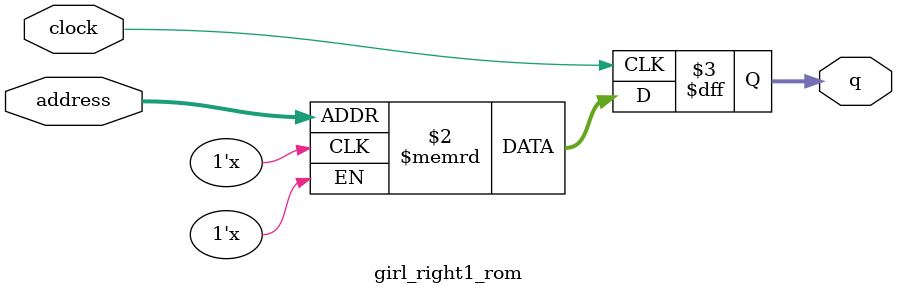
<source format=sv>
module girl_right1_rom (
	input logic clock,
	input logic [9:0] address,
	output logic [3:0] q
);

logic [3:0] memory [0:799] /* synthesis ram_init_file = "./girl_right1/girl_right1.COE" */;

always_ff @ (posedge clock) begin
	q <= memory[address];
end

endmodule

</source>
